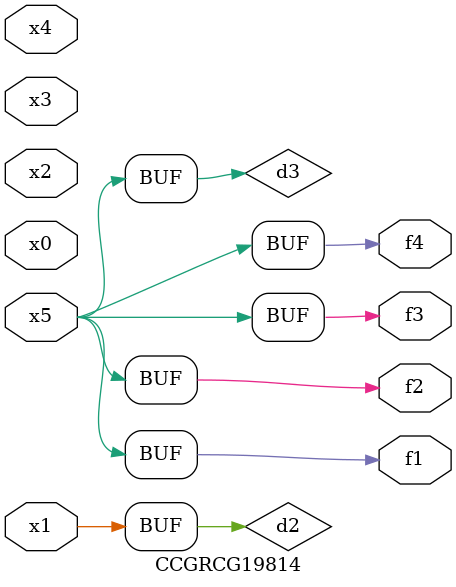
<source format=v>
module CCGRCG19814(
	input x0, x1, x2, x3, x4, x5,
	output f1, f2, f3, f4
);

	wire d1, d2, d3;

	not (d1, x5);
	or (d2, x1);
	xnor (d3, d1);
	assign f1 = d3;
	assign f2 = d3;
	assign f3 = d3;
	assign f4 = d3;
endmodule

</source>
